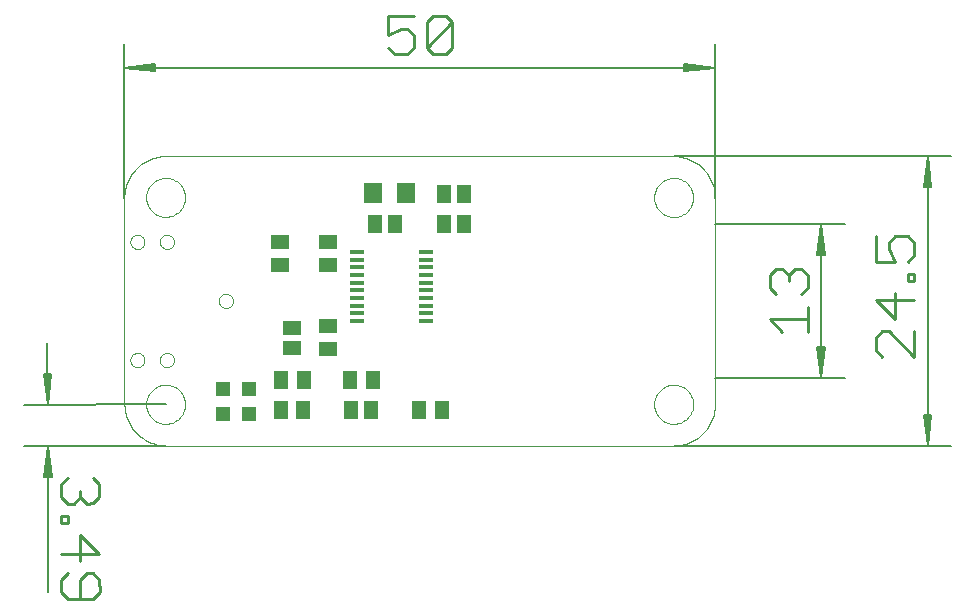
<source format=gtp>
G75*
G70*
%OFA0B0*%
%FSLAX24Y24*%
%IPPOS*%
%LPD*%
%AMOC8*
5,1,8,0,0,1.08239X$1,22.5*
%
%ADD10C,0.0000*%
%ADD11C,0.0051*%
%ADD12C,0.0110*%
%ADD13R,0.0472X0.0472*%
%ADD14R,0.0512X0.0630*%
%ADD15R,0.0512X0.0591*%
%ADD16R,0.0630X0.0709*%
%ADD17R,0.0472X0.0118*%
%ADD18R,0.0630X0.0512*%
%ADD19R,0.0591X0.0512*%
D10*
X004848Y006033D02*
X004851Y006033D01*
X021780Y006033D01*
X021784Y006033D01*
X021134Y007407D02*
X021136Y007457D01*
X021142Y007507D01*
X021152Y007557D01*
X021165Y007605D01*
X021182Y007653D01*
X021203Y007699D01*
X021227Y007743D01*
X021255Y007785D01*
X021286Y007825D01*
X021320Y007862D01*
X021357Y007897D01*
X021396Y007928D01*
X021437Y007957D01*
X021481Y007982D01*
X021527Y008004D01*
X021574Y008022D01*
X021622Y008036D01*
X021671Y008047D01*
X021721Y008054D01*
X021771Y008057D01*
X021822Y008056D01*
X021872Y008051D01*
X021922Y008042D01*
X021970Y008030D01*
X022018Y008013D01*
X022064Y007993D01*
X022109Y007970D01*
X022152Y007943D01*
X022192Y007913D01*
X022230Y007880D01*
X022265Y007844D01*
X022298Y007805D01*
X022327Y007764D01*
X022353Y007721D01*
X022376Y007676D01*
X022395Y007629D01*
X022410Y007581D01*
X022422Y007532D01*
X022430Y007482D01*
X022434Y007432D01*
X022434Y007382D01*
X022430Y007332D01*
X022422Y007282D01*
X022410Y007233D01*
X022395Y007185D01*
X022376Y007138D01*
X022353Y007093D01*
X022327Y007050D01*
X022298Y007009D01*
X022265Y006970D01*
X022230Y006934D01*
X022192Y006901D01*
X022152Y006871D01*
X022109Y006844D01*
X022064Y006821D01*
X022018Y006801D01*
X021970Y006784D01*
X021922Y006772D01*
X021872Y006763D01*
X021822Y006758D01*
X021771Y006757D01*
X021721Y006760D01*
X021671Y006767D01*
X021622Y006778D01*
X021574Y006792D01*
X021527Y006810D01*
X021481Y006832D01*
X021437Y006857D01*
X021396Y006886D01*
X021357Y006917D01*
X021320Y006952D01*
X021286Y006989D01*
X021255Y007029D01*
X021227Y007071D01*
X021203Y007115D01*
X021182Y007161D01*
X021165Y007209D01*
X021152Y007257D01*
X021142Y007307D01*
X021136Y007357D01*
X021134Y007407D01*
X021780Y006033D02*
X021852Y006035D01*
X021924Y006041D01*
X021996Y006050D01*
X022067Y006063D01*
X022137Y006080D01*
X022206Y006100D01*
X022274Y006125D01*
X022340Y006152D01*
X022406Y006183D01*
X022469Y006218D01*
X022531Y006255D01*
X022590Y006296D01*
X022647Y006340D01*
X022702Y006387D01*
X022754Y006437D01*
X022804Y006489D01*
X022851Y006544D01*
X022895Y006601D01*
X022936Y006660D01*
X022973Y006722D01*
X023008Y006785D01*
X023039Y006851D01*
X023066Y006917D01*
X023091Y006985D01*
X023111Y007054D01*
X023128Y007124D01*
X023141Y007195D01*
X023150Y007267D01*
X023156Y007339D01*
X023158Y007411D01*
X023158Y014300D01*
X023158Y014307D01*
X021130Y014300D02*
X021132Y014350D01*
X021138Y014400D01*
X021148Y014450D01*
X021161Y014498D01*
X021178Y014546D01*
X021199Y014592D01*
X021223Y014636D01*
X021251Y014678D01*
X021282Y014718D01*
X021316Y014755D01*
X021353Y014790D01*
X021392Y014821D01*
X021433Y014850D01*
X021477Y014875D01*
X021523Y014897D01*
X021570Y014915D01*
X021618Y014929D01*
X021667Y014940D01*
X021717Y014947D01*
X021767Y014950D01*
X021818Y014949D01*
X021868Y014944D01*
X021918Y014935D01*
X021966Y014923D01*
X022014Y014906D01*
X022060Y014886D01*
X022105Y014863D01*
X022148Y014836D01*
X022188Y014806D01*
X022226Y014773D01*
X022261Y014737D01*
X022294Y014698D01*
X022323Y014657D01*
X022349Y014614D01*
X022372Y014569D01*
X022391Y014522D01*
X022406Y014474D01*
X022418Y014425D01*
X022426Y014375D01*
X022430Y014325D01*
X022430Y014275D01*
X022426Y014225D01*
X022418Y014175D01*
X022406Y014126D01*
X022391Y014078D01*
X022372Y014031D01*
X022349Y013986D01*
X022323Y013943D01*
X022294Y013902D01*
X022261Y013863D01*
X022226Y013827D01*
X022188Y013794D01*
X022148Y013764D01*
X022105Y013737D01*
X022060Y013714D01*
X022014Y013694D01*
X021966Y013677D01*
X021918Y013665D01*
X021868Y013656D01*
X021818Y013651D01*
X021767Y013650D01*
X021717Y013653D01*
X021667Y013660D01*
X021618Y013671D01*
X021570Y013685D01*
X021523Y013703D01*
X021477Y013725D01*
X021433Y013750D01*
X021392Y013779D01*
X021353Y013810D01*
X021316Y013845D01*
X021282Y013882D01*
X021251Y013922D01*
X021223Y013964D01*
X021199Y014008D01*
X021178Y014054D01*
X021161Y014102D01*
X021148Y014150D01*
X021138Y014200D01*
X021132Y014250D01*
X021130Y014300D01*
X021780Y015678D02*
X021852Y015676D01*
X021924Y015670D01*
X021996Y015661D01*
X022067Y015648D01*
X022137Y015631D01*
X022206Y015611D01*
X022274Y015586D01*
X022340Y015559D01*
X022406Y015528D01*
X022469Y015493D01*
X022531Y015456D01*
X022590Y015415D01*
X022647Y015371D01*
X022702Y015324D01*
X022754Y015274D01*
X022804Y015222D01*
X022851Y015167D01*
X022895Y015110D01*
X022936Y015051D01*
X022973Y014989D01*
X023008Y014926D01*
X023039Y014860D01*
X023066Y014794D01*
X023091Y014726D01*
X023111Y014657D01*
X023128Y014587D01*
X023141Y014516D01*
X023150Y014444D01*
X023156Y014372D01*
X023158Y014300D01*
X021784Y015678D02*
X021780Y015678D01*
X004851Y015678D01*
X004198Y014304D02*
X004200Y014354D01*
X004206Y014404D01*
X004216Y014454D01*
X004229Y014502D01*
X004246Y014550D01*
X004267Y014596D01*
X004291Y014640D01*
X004319Y014682D01*
X004350Y014722D01*
X004384Y014759D01*
X004421Y014794D01*
X004460Y014825D01*
X004501Y014854D01*
X004545Y014879D01*
X004591Y014901D01*
X004638Y014919D01*
X004686Y014933D01*
X004735Y014944D01*
X004785Y014951D01*
X004835Y014954D01*
X004886Y014953D01*
X004936Y014948D01*
X004986Y014939D01*
X005034Y014927D01*
X005082Y014910D01*
X005128Y014890D01*
X005173Y014867D01*
X005216Y014840D01*
X005256Y014810D01*
X005294Y014777D01*
X005329Y014741D01*
X005362Y014702D01*
X005391Y014661D01*
X005417Y014618D01*
X005440Y014573D01*
X005459Y014526D01*
X005474Y014478D01*
X005486Y014429D01*
X005494Y014379D01*
X005498Y014329D01*
X005498Y014279D01*
X005494Y014229D01*
X005486Y014179D01*
X005474Y014130D01*
X005459Y014082D01*
X005440Y014035D01*
X005417Y013990D01*
X005391Y013947D01*
X005362Y013906D01*
X005329Y013867D01*
X005294Y013831D01*
X005256Y013798D01*
X005216Y013768D01*
X005173Y013741D01*
X005128Y013718D01*
X005082Y013698D01*
X005034Y013681D01*
X004986Y013669D01*
X004936Y013660D01*
X004886Y013655D01*
X004835Y013654D01*
X004785Y013657D01*
X004735Y013664D01*
X004686Y013675D01*
X004638Y013689D01*
X004591Y013707D01*
X004545Y013729D01*
X004501Y013754D01*
X004460Y013783D01*
X004421Y013814D01*
X004384Y013849D01*
X004350Y013886D01*
X004319Y013926D01*
X004291Y013968D01*
X004267Y014012D01*
X004246Y014058D01*
X004229Y014106D01*
X004216Y014154D01*
X004206Y014204D01*
X004200Y014254D01*
X004198Y014304D01*
X003473Y014300D02*
X003475Y014372D01*
X003481Y014444D01*
X003490Y014516D01*
X003503Y014587D01*
X003520Y014657D01*
X003540Y014726D01*
X003565Y014794D01*
X003592Y014860D01*
X003623Y014926D01*
X003658Y014989D01*
X003695Y015051D01*
X003736Y015110D01*
X003780Y015167D01*
X003827Y015222D01*
X003877Y015274D01*
X003929Y015324D01*
X003984Y015371D01*
X004041Y015415D01*
X004100Y015456D01*
X004162Y015493D01*
X004225Y015528D01*
X004291Y015559D01*
X004357Y015586D01*
X004425Y015611D01*
X004494Y015631D01*
X004564Y015648D01*
X004635Y015661D01*
X004707Y015670D01*
X004779Y015676D01*
X004851Y015678D01*
X003473Y014304D02*
X003473Y014300D01*
X003473Y007450D01*
X003473Y007407D01*
X004198Y007407D02*
X004200Y007457D01*
X004206Y007507D01*
X004216Y007557D01*
X004229Y007605D01*
X004246Y007653D01*
X004267Y007699D01*
X004291Y007743D01*
X004319Y007785D01*
X004350Y007825D01*
X004384Y007862D01*
X004421Y007897D01*
X004460Y007928D01*
X004501Y007957D01*
X004545Y007982D01*
X004591Y008004D01*
X004638Y008022D01*
X004686Y008036D01*
X004735Y008047D01*
X004785Y008054D01*
X004835Y008057D01*
X004886Y008056D01*
X004936Y008051D01*
X004986Y008042D01*
X005034Y008030D01*
X005082Y008013D01*
X005128Y007993D01*
X005173Y007970D01*
X005216Y007943D01*
X005256Y007913D01*
X005294Y007880D01*
X005329Y007844D01*
X005362Y007805D01*
X005391Y007764D01*
X005417Y007721D01*
X005440Y007676D01*
X005459Y007629D01*
X005474Y007581D01*
X005486Y007532D01*
X005494Y007482D01*
X005498Y007432D01*
X005498Y007382D01*
X005494Y007332D01*
X005486Y007282D01*
X005474Y007233D01*
X005459Y007185D01*
X005440Y007138D01*
X005417Y007093D01*
X005391Y007050D01*
X005362Y007009D01*
X005329Y006970D01*
X005294Y006934D01*
X005256Y006901D01*
X005216Y006871D01*
X005173Y006844D01*
X005128Y006821D01*
X005082Y006801D01*
X005034Y006784D01*
X004986Y006772D01*
X004936Y006763D01*
X004886Y006758D01*
X004835Y006757D01*
X004785Y006760D01*
X004735Y006767D01*
X004686Y006778D01*
X004638Y006792D01*
X004591Y006810D01*
X004545Y006832D01*
X004501Y006857D01*
X004460Y006886D01*
X004421Y006917D01*
X004384Y006952D01*
X004350Y006989D01*
X004319Y007029D01*
X004291Y007071D01*
X004267Y007115D01*
X004246Y007161D01*
X004229Y007209D01*
X004216Y007257D01*
X004206Y007307D01*
X004200Y007357D01*
X004198Y007407D01*
X003473Y007450D02*
X003474Y007377D01*
X003479Y007303D01*
X003487Y007231D01*
X003500Y007159D01*
X003516Y007087D01*
X003535Y007017D01*
X003559Y006947D01*
X003586Y006879D01*
X003617Y006813D01*
X003651Y006748D01*
X003688Y006685D01*
X003729Y006624D01*
X003772Y006566D01*
X003819Y006509D01*
X003869Y006455D01*
X003921Y006404D01*
X003976Y006356D01*
X004033Y006311D01*
X004093Y006268D01*
X004155Y006229D01*
X004219Y006193D01*
X004284Y006161D01*
X004352Y006132D01*
X004420Y006107D01*
X004490Y006085D01*
X004561Y006067D01*
X004633Y006052D01*
X004705Y006042D01*
X004778Y006035D01*
X004851Y006032D01*
X004655Y008883D02*
X004657Y008913D01*
X004663Y008943D01*
X004672Y008972D01*
X004685Y008999D01*
X004702Y009024D01*
X004721Y009047D01*
X004744Y009068D01*
X004769Y009085D01*
X004795Y009099D01*
X004824Y009109D01*
X004853Y009116D01*
X004883Y009119D01*
X004914Y009118D01*
X004944Y009113D01*
X004973Y009104D01*
X005000Y009092D01*
X005026Y009077D01*
X005050Y009058D01*
X005071Y009036D01*
X005089Y009012D01*
X005104Y008985D01*
X005115Y008957D01*
X005123Y008928D01*
X005127Y008898D01*
X005127Y008868D01*
X005123Y008838D01*
X005115Y008809D01*
X005104Y008781D01*
X005089Y008754D01*
X005071Y008730D01*
X005050Y008708D01*
X005026Y008689D01*
X005000Y008674D01*
X004973Y008662D01*
X004944Y008653D01*
X004914Y008648D01*
X004883Y008647D01*
X004853Y008650D01*
X004824Y008657D01*
X004795Y008667D01*
X004769Y008681D01*
X004744Y008698D01*
X004721Y008719D01*
X004702Y008742D01*
X004685Y008767D01*
X004672Y008794D01*
X004663Y008823D01*
X004657Y008853D01*
X004655Y008883D01*
X003670Y008883D02*
X003672Y008913D01*
X003678Y008943D01*
X003687Y008972D01*
X003700Y008999D01*
X003717Y009024D01*
X003736Y009047D01*
X003759Y009068D01*
X003784Y009085D01*
X003810Y009099D01*
X003839Y009109D01*
X003868Y009116D01*
X003898Y009119D01*
X003929Y009118D01*
X003959Y009113D01*
X003988Y009104D01*
X004015Y009092D01*
X004041Y009077D01*
X004065Y009058D01*
X004086Y009036D01*
X004104Y009012D01*
X004119Y008985D01*
X004130Y008957D01*
X004138Y008928D01*
X004142Y008898D01*
X004142Y008868D01*
X004138Y008838D01*
X004130Y008809D01*
X004119Y008781D01*
X004104Y008754D01*
X004086Y008730D01*
X004065Y008708D01*
X004041Y008689D01*
X004015Y008674D01*
X003988Y008662D01*
X003959Y008653D01*
X003929Y008648D01*
X003898Y008647D01*
X003868Y008650D01*
X003839Y008657D01*
X003810Y008667D01*
X003784Y008681D01*
X003759Y008698D01*
X003736Y008719D01*
X003717Y008742D01*
X003700Y008767D01*
X003687Y008794D01*
X003678Y008823D01*
X003672Y008853D01*
X003670Y008883D01*
X006623Y010852D02*
X006625Y010882D01*
X006631Y010912D01*
X006640Y010941D01*
X006653Y010968D01*
X006670Y010993D01*
X006689Y011016D01*
X006712Y011037D01*
X006737Y011054D01*
X006763Y011068D01*
X006792Y011078D01*
X006821Y011085D01*
X006851Y011088D01*
X006882Y011087D01*
X006912Y011082D01*
X006941Y011073D01*
X006968Y011061D01*
X006994Y011046D01*
X007018Y011027D01*
X007039Y011005D01*
X007057Y010981D01*
X007072Y010954D01*
X007083Y010926D01*
X007091Y010897D01*
X007095Y010867D01*
X007095Y010837D01*
X007091Y010807D01*
X007083Y010778D01*
X007072Y010750D01*
X007057Y010723D01*
X007039Y010699D01*
X007018Y010677D01*
X006994Y010658D01*
X006968Y010643D01*
X006941Y010631D01*
X006912Y010622D01*
X006882Y010617D01*
X006851Y010616D01*
X006821Y010619D01*
X006792Y010626D01*
X006763Y010636D01*
X006737Y010650D01*
X006712Y010667D01*
X006689Y010688D01*
X006670Y010711D01*
X006653Y010736D01*
X006640Y010763D01*
X006631Y010792D01*
X006625Y010822D01*
X006623Y010852D01*
X004655Y012820D02*
X004657Y012850D01*
X004663Y012880D01*
X004672Y012909D01*
X004685Y012936D01*
X004702Y012961D01*
X004721Y012984D01*
X004744Y013005D01*
X004769Y013022D01*
X004795Y013036D01*
X004824Y013046D01*
X004853Y013053D01*
X004883Y013056D01*
X004914Y013055D01*
X004944Y013050D01*
X004973Y013041D01*
X005000Y013029D01*
X005026Y013014D01*
X005050Y012995D01*
X005071Y012973D01*
X005089Y012949D01*
X005104Y012922D01*
X005115Y012894D01*
X005123Y012865D01*
X005127Y012835D01*
X005127Y012805D01*
X005123Y012775D01*
X005115Y012746D01*
X005104Y012718D01*
X005089Y012691D01*
X005071Y012667D01*
X005050Y012645D01*
X005026Y012626D01*
X005000Y012611D01*
X004973Y012599D01*
X004944Y012590D01*
X004914Y012585D01*
X004883Y012584D01*
X004853Y012587D01*
X004824Y012594D01*
X004795Y012604D01*
X004769Y012618D01*
X004744Y012635D01*
X004721Y012656D01*
X004702Y012679D01*
X004685Y012704D01*
X004672Y012731D01*
X004663Y012760D01*
X004657Y012790D01*
X004655Y012820D01*
X003670Y012820D02*
X003672Y012850D01*
X003678Y012880D01*
X003687Y012909D01*
X003700Y012936D01*
X003717Y012961D01*
X003736Y012984D01*
X003759Y013005D01*
X003784Y013022D01*
X003810Y013036D01*
X003839Y013046D01*
X003868Y013053D01*
X003898Y013056D01*
X003929Y013055D01*
X003959Y013050D01*
X003988Y013041D01*
X004015Y013029D01*
X004041Y013014D01*
X004065Y012995D01*
X004086Y012973D01*
X004104Y012949D01*
X004119Y012922D01*
X004130Y012894D01*
X004138Y012865D01*
X004142Y012835D01*
X004142Y012805D01*
X004138Y012775D01*
X004130Y012746D01*
X004119Y012718D01*
X004104Y012691D01*
X004086Y012667D01*
X004065Y012645D01*
X004041Y012626D01*
X004015Y012611D01*
X003988Y012599D01*
X003959Y012590D01*
X003929Y012585D01*
X003898Y012584D01*
X003868Y012587D01*
X003839Y012594D01*
X003810Y012604D01*
X003784Y012618D01*
X003759Y012635D01*
X003736Y012656D01*
X003717Y012679D01*
X003700Y012704D01*
X003687Y012731D01*
X003678Y012760D01*
X003672Y012790D01*
X003670Y012820D01*
D11*
X000916Y006024D02*
X000927Y001163D01*
X000867Y005000D02*
X000916Y006024D01*
X000816Y005000D01*
X000793Y005000D02*
X000916Y006024D01*
X001021Y005000D01*
X001044Y005000D02*
X000793Y005000D01*
X000970Y005000D02*
X000916Y006024D01*
X001044Y005000D01*
X000129Y006022D02*
X004851Y006033D01*
X004848Y007407D02*
X000126Y007397D01*
X000913Y007398D02*
X000808Y008422D01*
X000785Y008422D02*
X000913Y007398D01*
X001013Y008422D01*
X001036Y008422D02*
X000785Y008422D01*
X000859Y008422D02*
X000913Y007398D01*
X000962Y008422D01*
X001036Y008422D02*
X000913Y007398D01*
X000908Y009446D01*
X003473Y014300D02*
X003473Y019418D01*
X003473Y018631D02*
X004497Y018733D01*
X004497Y018757D02*
X004497Y018505D01*
X003473Y018631D01*
X004497Y018529D01*
X004497Y018580D02*
X003473Y018631D01*
X004497Y018682D01*
X004497Y018757D02*
X003473Y018631D01*
X023158Y018631D01*
X022135Y018529D01*
X022135Y018505D02*
X023158Y018631D01*
X022135Y018733D01*
X022135Y018757D02*
X022135Y018505D01*
X022135Y018580D02*
X023158Y018631D01*
X022135Y018682D01*
X022135Y018757D02*
X023158Y018631D01*
X023158Y019418D02*
X023158Y014300D01*
X023158Y013415D02*
X027489Y013415D01*
X026702Y013415D02*
X026804Y012391D01*
X026827Y012391D02*
X026702Y013415D01*
X026599Y012391D01*
X026576Y012391D02*
X026827Y012391D01*
X026753Y012391D02*
X026702Y013415D01*
X026651Y012391D01*
X026576Y012391D02*
X026702Y013415D01*
X026702Y008296D01*
X026804Y009320D01*
X026827Y009320D02*
X026702Y008296D01*
X026599Y009320D01*
X026576Y009320D02*
X026827Y009320D01*
X026753Y009320D02*
X026702Y008296D01*
X026651Y009320D01*
X026576Y009320D02*
X026702Y008296D01*
X027489Y008296D02*
X023158Y008296D01*
X021780Y006033D02*
X031032Y006033D01*
X030245Y006033D02*
X030347Y007056D01*
X030371Y007056D02*
X030245Y006033D01*
X030143Y007056D01*
X030119Y007056D02*
X030371Y007056D01*
X030296Y007056D02*
X030245Y006033D01*
X030194Y007056D01*
X030119Y007056D02*
X030245Y006033D01*
X030245Y015678D01*
X030347Y014655D01*
X030371Y014655D02*
X030245Y015678D01*
X030143Y014655D01*
X030119Y014655D02*
X030371Y014655D01*
X030296Y014655D02*
X030245Y015678D01*
X030194Y014655D01*
X030119Y014655D02*
X030245Y015678D01*
X031032Y015678D02*
X021780Y015678D01*
D12*
X025195Y011929D02*
X025407Y011929D01*
X025618Y011717D01*
X025830Y011929D01*
X026042Y011929D01*
X026253Y011717D01*
X026253Y011294D01*
X026042Y011083D01*
X026253Y010660D02*
X026253Y009814D01*
X026253Y010237D02*
X024984Y010237D01*
X025407Y009814D01*
X025195Y011083D02*
X024984Y011294D01*
X024984Y011717D01*
X025195Y011929D01*
X025618Y011717D02*
X025618Y011506D01*
X028527Y010895D02*
X029162Y010261D01*
X029162Y011107D01*
X029796Y010895D02*
X028527Y010895D01*
X029585Y011529D02*
X029585Y011741D01*
X029796Y011741D01*
X029796Y011529D01*
X029585Y011529D01*
X029585Y012164D02*
X029796Y012375D01*
X029796Y012798D01*
X029585Y013010D01*
X029162Y013010D01*
X028950Y012798D01*
X028950Y012587D01*
X029162Y012164D01*
X028527Y012164D01*
X028527Y013010D01*
X028739Y009838D02*
X028527Y009626D01*
X028527Y009203D01*
X028739Y008992D01*
X028950Y009838D02*
X029796Y008992D01*
X029796Y009838D01*
X028950Y009838D02*
X028739Y009838D01*
X014389Y019291D02*
X014178Y019080D01*
X013755Y019080D01*
X013543Y019291D01*
X014389Y020137D01*
X014389Y019291D01*
X013543Y019291D02*
X013543Y020137D01*
X013755Y020349D01*
X014178Y020349D01*
X014389Y020137D01*
X013121Y020349D02*
X012274Y020349D01*
X012274Y019714D01*
X012697Y019926D01*
X012909Y019926D01*
X013121Y019714D01*
X013121Y019291D01*
X012909Y019080D01*
X012486Y019080D01*
X012274Y019291D01*
X002425Y004948D02*
X002637Y004737D01*
X002637Y004314D01*
X002426Y004102D01*
X002215Y004101D01*
X002003Y004313D01*
X001792Y004101D01*
X001580Y004100D01*
X001368Y004311D01*
X001368Y004735D01*
X001579Y004946D01*
X002003Y004524D02*
X002003Y004313D01*
X001581Y003678D02*
X001369Y003677D01*
X001370Y003466D01*
X001581Y003466D01*
X001581Y003678D01*
X002005Y003044D02*
X002007Y002198D01*
X002219Y001775D02*
X002008Y001564D01*
X002009Y000929D01*
X001586Y000928D02*
X002432Y000930D01*
X002643Y001142D01*
X002642Y001565D01*
X002430Y001776D01*
X002219Y001775D01*
X001584Y001774D02*
X001373Y001563D01*
X001374Y001139D01*
X001586Y000928D01*
X001372Y002408D02*
X002641Y002411D01*
X002005Y003044D01*
D13*
X006745Y007097D03*
X007630Y007097D03*
X007630Y007924D03*
X006745Y007924D03*
D14*
X008699Y008233D03*
X009447Y008233D03*
X009441Y007232D03*
X008693Y007232D03*
X010999Y008233D03*
X011747Y008233D03*
X013299Y007233D03*
X014047Y007233D03*
D15*
X011708Y007233D03*
X011039Y007233D03*
X011839Y013433D03*
X012508Y013433D03*
X014139Y013433D03*
X014808Y013433D03*
X014808Y014433D03*
X014139Y014433D03*
D16*
X012875Y014441D03*
X011772Y014441D03*
D17*
X011232Y012484D03*
X011232Y012228D03*
X011232Y011972D03*
X011232Y011717D03*
X011232Y011461D03*
X011232Y011205D03*
X011232Y010949D03*
X011232Y010693D03*
X011232Y010437D03*
X011232Y010181D03*
X013515Y010181D03*
X013515Y010437D03*
X013515Y010693D03*
X013515Y010949D03*
X013515Y011205D03*
X013515Y011461D03*
X013515Y011717D03*
X013515Y011972D03*
X013515Y012228D03*
X013515Y012484D03*
D18*
X010273Y012807D03*
X010273Y012059D03*
X008673Y012059D03*
X008673Y012807D03*
X010273Y010007D03*
X010273Y009259D03*
D19*
X009073Y009298D03*
X009073Y009967D03*
M02*

</source>
